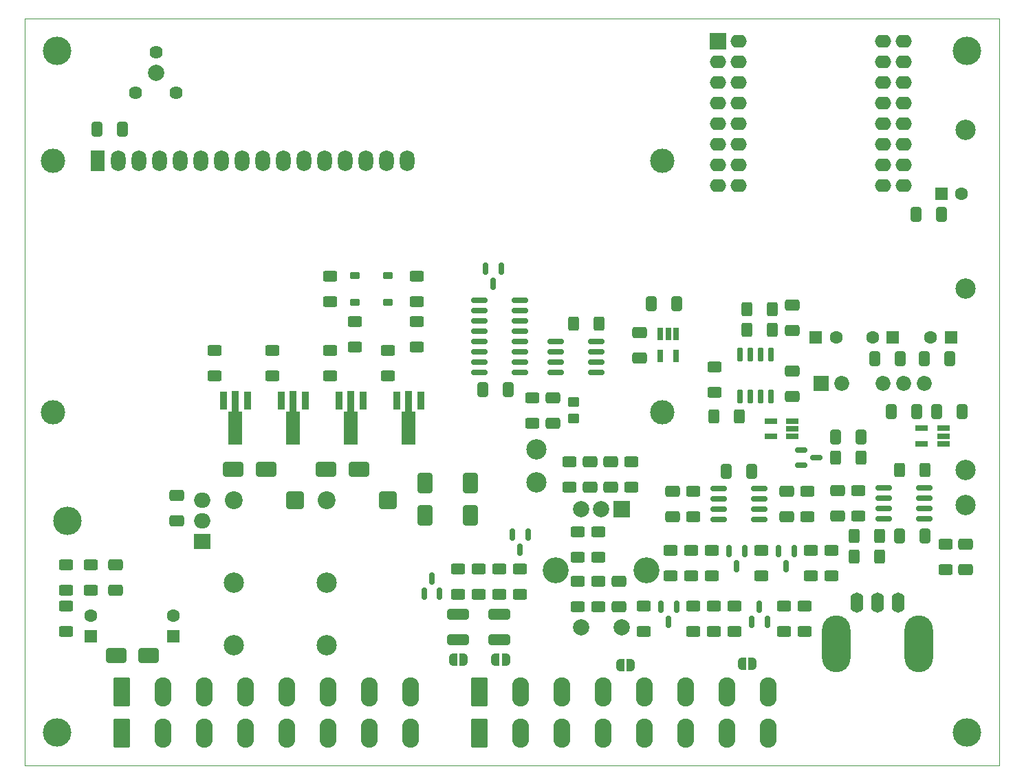
<source format=gbr>
%TF.GenerationSoftware,KiCad,Pcbnew,7.0.7*%
%TF.CreationDate,2024-02-20T18:04:51-10:00*%
%TF.ProjectId,Controller,436f6e74-726f-46c6-9c65-722e6b696361,New*%
%TF.SameCoordinates,Original*%
%TF.FileFunction,Soldermask,Bot*%
%TF.FilePolarity,Negative*%
%FSLAX46Y46*%
G04 Gerber Fmt 4.6, Leading zero omitted, Abs format (unit mm)*
G04 Created by KiCad (PCBNEW 7.0.7) date 2024-02-20 18:04:51*
%MOMM*%
%LPD*%
G01*
G04 APERTURE LIST*
G04 Aperture macros list*
%AMRoundRect*
0 Rectangle with rounded corners*
0 $1 Rounding radius*
0 $2 $3 $4 $5 $6 $7 $8 $9 X,Y pos of 4 corners*
0 Add a 4 corners polygon primitive as box body*
4,1,4,$2,$3,$4,$5,$6,$7,$8,$9,$2,$3,0*
0 Add four circle primitives for the rounded corners*
1,1,$1+$1,$2,$3*
1,1,$1+$1,$4,$5*
1,1,$1+$1,$6,$7*
1,1,$1+$1,$8,$9*
0 Add four rect primitives between the rounded corners*
20,1,$1+$1,$2,$3,$4,$5,0*
20,1,$1+$1,$4,$5,$6,$7,0*
20,1,$1+$1,$6,$7,$8,$9,0*
20,1,$1+$1,$8,$9,$2,$3,0*%
%AMFreePoly0*
4,1,19,0.500000,-0.750000,0.000000,-0.750000,0.000000,-0.744911,-0.071157,-0.744911,-0.207708,-0.704816,-0.327430,-0.627875,-0.420627,-0.520320,-0.479746,-0.390866,-0.500000,-0.250000,-0.500000,0.250000,-0.479746,0.390866,-0.420627,0.520320,-0.327430,0.627875,-0.207708,0.704816,-0.071157,0.744911,0.000000,0.744911,0.000000,0.750000,0.500000,0.750000,0.500000,-0.750000,0.500000,-0.750000,
$1*%
%AMFreePoly1*
4,1,19,0.000000,0.744911,0.071157,0.744911,0.207708,0.704816,0.327430,0.627875,0.420627,0.520320,0.479746,0.390866,0.500000,0.250000,0.500000,-0.250000,0.479746,-0.390866,0.420627,-0.520320,0.327430,-0.627875,0.207708,-0.704816,0.071157,-0.744911,0.000000,-0.744911,0.000000,-0.750000,-0.500000,-0.750000,-0.500000,0.750000,0.000000,0.750000,0.000000,0.744911,0.000000,0.744911,
$1*%
%AMFreePoly2*
4,1,9,5.362500,-0.866500,1.237500,-0.866500,1.237500,-0.450000,-1.237500,-0.450000,-1.237500,0.450000,1.237500,0.450000,1.237500,0.866500,5.362500,0.866500,5.362500,-0.866500,5.362500,-0.866500,$1*%
G04 Aperture macros list end*
%ADD10RoundRect,0.150000X-0.150000X0.587500X-0.150000X-0.587500X0.150000X-0.587500X0.150000X0.587500X0*%
%ADD11RoundRect,0.250000X0.625000X-0.400000X0.625000X0.400000X-0.625000X0.400000X-0.625000X-0.400000X0*%
%ADD12RoundRect,0.150000X-0.587500X-0.150000X0.587500X-0.150000X0.587500X0.150000X-0.587500X0.150000X0*%
%ADD13RoundRect,0.150000X0.150000X-0.587500X0.150000X0.587500X-0.150000X0.587500X-0.150000X-0.587500X0*%
%ADD14C,2.500000*%
%ADD15RoundRect,0.341000X-0.759000X0.759000X-0.759000X-0.759000X0.759000X-0.759000X0.759000X0.759000X0*%
%ADD16C,2.200000*%
%ADD17C,3.500000*%
%ADD18O,3.500000X3.500000*%
%ADD19R,2.000000X1.905000*%
%ADD20O,2.000000X1.905000*%
%ADD21O,1.600000X2.500000*%
%ADD22O,3.500000X7.000000*%
%ADD23RoundRect,0.249997X-0.790003X-1.550003X0.790003X-1.550003X0.790003X1.550003X-0.790003X1.550003X0*%
%ADD24O,2.080000X3.600000*%
%ADD25C,3.000000*%
%ADD26R,1.800000X2.600000*%
%ADD27O,1.800000X2.600000*%
%ADD28R,1.600000X1.600000*%
%ADD29C,1.600000*%
%ADD30R,1.850000X1.850000*%
%ADD31C,1.850000*%
%ADD32R,2.000000X2.000000*%
%ADD33O,2.000000X1.600000*%
%ADD34C,2.000000*%
%ADD35C,3.200000*%
%ADD36C,1.620000*%
%ADD37RoundRect,0.250000X-0.650000X0.412500X-0.650000X-0.412500X0.650000X-0.412500X0.650000X0.412500X0*%
%ADD38RoundRect,0.250000X-0.625000X0.400000X-0.625000X-0.400000X0.625000X-0.400000X0.625000X0.400000X0*%
%ADD39RoundRect,0.250000X0.412500X0.650000X-0.412500X0.650000X-0.412500X-0.650000X0.412500X-0.650000X0*%
%ADD40RoundRect,0.250000X1.000000X0.650000X-1.000000X0.650000X-1.000000X-0.650000X1.000000X-0.650000X0*%
%ADD41RoundRect,0.250000X-1.000000X-0.650000X1.000000X-0.650000X1.000000X0.650000X-1.000000X0.650000X0*%
%ADD42RoundRect,0.250000X0.650000X-1.000000X0.650000X1.000000X-0.650000X1.000000X-0.650000X-1.000000X0*%
%ADD43RoundRect,0.250000X-1.075000X0.400000X-1.075000X-0.400000X1.075000X-0.400000X1.075000X0.400000X0*%
%ADD44FreePoly0,180.000000*%
%ADD45FreePoly1,180.000000*%
%ADD46RoundRect,0.250000X0.650000X-0.412500X0.650000X0.412500X-0.650000X0.412500X-0.650000X-0.412500X0*%
%ADD47RoundRect,0.250000X-0.412500X-0.650000X0.412500X-0.650000X0.412500X0.650000X-0.412500X0.650000X0*%
%ADD48RoundRect,0.150000X0.825000X0.150000X-0.825000X0.150000X-0.825000X-0.150000X0.825000X-0.150000X0*%
%ADD49RoundRect,0.150000X-0.825000X-0.150000X0.825000X-0.150000X0.825000X0.150000X-0.825000X0.150000X0*%
%ADD50R,1.560000X0.650000*%
%ADD51RoundRect,0.250000X0.400000X0.625000X-0.400000X0.625000X-0.400000X-0.625000X0.400000X-0.625000X0*%
%ADD52RoundRect,0.250000X-0.400000X-0.625000X0.400000X-0.625000X0.400000X0.625000X-0.400000X0.625000X0*%
%ADD53RoundRect,0.225000X0.375000X-0.225000X0.375000X0.225000X-0.375000X0.225000X-0.375000X-0.225000X0*%
%ADD54RoundRect,0.150000X0.150000X-0.725000X0.150000X0.725000X-0.150000X0.725000X-0.150000X-0.725000X0*%
%ADD55R,0.650000X1.560000*%
%ADD56RoundRect,0.250000X0.450000X-0.350000X0.450000X0.350000X-0.450000X0.350000X-0.450000X-0.350000X0*%
%ADD57R,0.900000X2.300000*%
%ADD58FreePoly2,270.000000*%
%TA.AperFunction,Profile*%
%ADD59C,0.050000*%
%TD*%
G04 APERTURE END LIST*
D10*
%TO.C,D12*%
X134432000Y-121236500D03*
X136332000Y-121236500D03*
X135382000Y-123111500D03*
%TD*%
D11*
%TO.C,R28*%
X135128000Y-131090000D03*
X135128000Y-127990000D03*
%TD*%
%TO.C,R27*%
X117856000Y-131090000D03*
X117856000Y-127990000D03*
%TD*%
D12*
%TO.C,D7*%
X137238500Y-110678000D03*
X137238500Y-108778000D03*
X139113500Y-109728000D03*
%TD*%
D13*
%TO.C,D13*%
X133030000Y-129969500D03*
X131130000Y-129969500D03*
X132080000Y-128094500D03*
%TD*%
D10*
%TO.C,D11*%
X120904000Y-129969500D03*
X121854000Y-128094500D03*
X119954000Y-128094500D03*
%TD*%
%TO.C,D10*%
X128336000Y-121236500D03*
X130236000Y-121236500D03*
X129286000Y-123111500D03*
%TD*%
%TO.C,D6*%
X98364000Y-86438500D03*
X100264000Y-86438500D03*
X99314000Y-88313500D03*
%TD*%
%TO.C,D9*%
X101666000Y-119204500D03*
X103566000Y-119204500D03*
X102616000Y-121079500D03*
%TD*%
D13*
%TO.C,D8*%
X92710000Y-126492000D03*
X90810000Y-126492000D03*
X91760000Y-124617000D03*
%TD*%
D14*
%TO.C,TP4*%
X104648000Y-108712000D03*
%TD*%
%TO.C,TP1*%
X157480000Y-88900000D03*
%TD*%
%TO.C,TP3*%
X157480000Y-111252000D03*
%TD*%
%TO.C,TP5*%
X104648000Y-112776000D03*
%TD*%
%TO.C,TP0*%
X157480000Y-69342000D03*
%TD*%
D15*
%TO.C,K1*%
X74930000Y-114935000D03*
D14*
X67330000Y-125135000D03*
X67330000Y-132835000D03*
D16*
X67330000Y-114935000D03*
%TD*%
D15*
%TO.C,K2*%
X86360000Y-114935000D03*
D14*
X78760000Y-125135000D03*
X78760000Y-132835000D03*
D16*
X78760000Y-114935000D03*
%TD*%
D17*
%TO.C,H4*%
X45600000Y-143600000D03*
%TD*%
%TO.C,H3*%
X157600000Y-143600000D03*
%TD*%
%TO.C,H1*%
X45600000Y-59600000D03*
%TD*%
%TO.C,H2*%
X157600000Y-59600000D03*
%TD*%
D18*
%TO.C,U2*%
X46840000Y-117475000D03*
D19*
X63500000Y-120015000D03*
D20*
X63500000Y-117475000D03*
X63500000Y-114935000D03*
%TD*%
D21*
%TO.C,J3*%
X146600000Y-127600000D03*
D22*
X151680000Y-132680000D03*
D21*
X149140000Y-127600000D03*
X144060000Y-127600000D03*
D22*
X141520000Y-132680000D03*
%TD*%
D23*
%TO.C,J1*%
X53600000Y-138600000D03*
X53600000Y-143680000D03*
D24*
X58680000Y-138600000D03*
X58680000Y-143680000D03*
X63760000Y-138600000D03*
X63760000Y-143680000D03*
X68840000Y-138600000D03*
X68840000Y-143680000D03*
X73920000Y-138600000D03*
X73920000Y-143680000D03*
X79000000Y-138600000D03*
X79000000Y-143680000D03*
X84080000Y-138600000D03*
X84080000Y-143680000D03*
X89160000Y-138600000D03*
X89160000Y-143680000D03*
%TD*%
D23*
%TO.C,J2*%
X97600000Y-138600000D03*
X97600000Y-143680000D03*
D24*
X102680000Y-138600000D03*
X102680000Y-143680000D03*
X107760000Y-138600000D03*
X107760000Y-143680000D03*
X112840000Y-138600000D03*
X112840000Y-143680000D03*
X117920000Y-138600000D03*
X117920000Y-143680000D03*
X123000000Y-138600000D03*
X123000000Y-143680000D03*
X128080000Y-138600000D03*
X128080000Y-143680000D03*
X133160000Y-138600000D03*
X133160000Y-143680000D03*
%TD*%
D25*
%TO.C,DS1*%
X45100900Y-73100000D03*
X45100900Y-104100700D03*
X120099480Y-104100700D03*
X120100000Y-73100000D03*
D26*
X50600000Y-73100000D03*
D27*
X53140000Y-73100000D03*
X55680000Y-73100000D03*
X58220000Y-73100000D03*
X60760000Y-73100000D03*
X63300000Y-73100000D03*
X65840000Y-73100000D03*
X68380000Y-73100000D03*
X70920000Y-73100000D03*
X73460000Y-73100000D03*
X76000000Y-73100000D03*
X78540000Y-73100000D03*
X81080000Y-73100000D03*
X83620000Y-73100000D03*
X86160000Y-73100000D03*
X88700000Y-73100000D03*
%TD*%
D28*
%TO.C,C8*%
X155637113Y-94867000D03*
D29*
X153137113Y-94867000D03*
%TD*%
D28*
%TO.C,C2*%
X49784000Y-131708651D03*
D29*
X49784000Y-129208651D03*
%TD*%
D28*
%TO.C,C3*%
X154472000Y-77216000D03*
D29*
X156972000Y-77216000D03*
%TD*%
D30*
%TO.C,PS1*%
X139700000Y-100584000D03*
D31*
X142240000Y-100584000D03*
X147320000Y-100584000D03*
X149860000Y-100584000D03*
X152400000Y-100584000D03*
%TD*%
D28*
%TO.C,C7*%
X139025621Y-94867000D03*
D29*
X141525621Y-94867000D03*
%TD*%
D28*
%TO.C,C9*%
X148502380Y-94867000D03*
D29*
X146002380Y-94867000D03*
%TD*%
D28*
%TO.C,C1*%
X59944000Y-131708651D03*
D29*
X59944000Y-129208651D03*
%TD*%
D14*
%TO.C,TP2*%
X157480000Y-115570000D03*
%TD*%
D32*
%TO.C,U1*%
X127000000Y-58420000D03*
D33*
X127000000Y-60960000D03*
X127000000Y-63500000D03*
X127000000Y-66040000D03*
X127000000Y-68580000D03*
X127000000Y-71120000D03*
X127000000Y-73660000D03*
X127000000Y-76200000D03*
X149860000Y-76200000D03*
X149860000Y-73660000D03*
X149860000Y-71120000D03*
X149860000Y-68580000D03*
X149860000Y-66040000D03*
X149860000Y-63500000D03*
X149860000Y-60960000D03*
X149860000Y-58420000D03*
X129540000Y-58420000D03*
X129540000Y-60960000D03*
X129540000Y-63500000D03*
X129540000Y-66040000D03*
X129540000Y-68580000D03*
X129540000Y-71120000D03*
X129540000Y-73660000D03*
X129540000Y-76200000D03*
X147320000Y-76200000D03*
X147320000Y-73660000D03*
X147320000Y-71120000D03*
X147320000Y-68580000D03*
X147320000Y-66040000D03*
X147320000Y-63500000D03*
X147320000Y-60960000D03*
X147320000Y-58420000D03*
%TD*%
D34*
%TO.C,S1*%
X115100000Y-130600000D03*
X110100000Y-130600000D03*
D35*
X107000000Y-123600000D03*
X118200000Y-123600000D03*
D34*
X112600000Y-116100000D03*
X110100000Y-116100000D03*
D32*
X115100000Y-116100000D03*
%TD*%
D34*
%TO.C,R51*%
X57785000Y-62270000D03*
D36*
X60285000Y-64770000D03*
X57785000Y-59770000D03*
X55285000Y-64770000D03*
%TD*%
D11*
%TO.C,R47*%
X109728000Y-128042000D03*
X109728000Y-124942000D03*
%TD*%
D37*
%TO.C,C29*%
X111252000Y-110197500D03*
X111252000Y-113322500D03*
%TD*%
%TO.C,C30*%
X113792000Y-110197500D03*
X113792000Y-113322500D03*
%TD*%
%TO.C,C31*%
X114808000Y-124929500D03*
X114808000Y-128054500D03*
%TD*%
D38*
%TO.C,R48*%
X116332000Y-110210000D03*
X116332000Y-113310000D03*
%TD*%
%TO.C,R49*%
X108712000Y-110210000D03*
X108712000Y-113310000D03*
%TD*%
D11*
%TO.C,R50*%
X112268000Y-128042000D03*
X112268000Y-124942000D03*
%TD*%
D39*
%TO.C,C5*%
X53632500Y-69215000D03*
X50507500Y-69215000D03*
%TD*%
D40*
%TO.C,D1*%
X56864000Y-134112000D03*
X52864000Y-134112000D03*
%TD*%
D37*
%TO.C,C4*%
X60325000Y-114350000D03*
X60325000Y-117475000D03*
%TD*%
D41*
%TO.C,D2*%
X67310000Y-111125000D03*
X71310000Y-111125000D03*
%TD*%
D42*
%TO.C,D4*%
X90932000Y-116808000D03*
X90932000Y-112808000D03*
%TD*%
D11*
%TO.C,R12*%
X123698000Y-124232000D03*
X123698000Y-121132000D03*
%TD*%
%TO.C,R18*%
X126238000Y-124232000D03*
X126238000Y-121132000D03*
%TD*%
%TO.C,R17*%
X121158000Y-121132000D03*
X121158000Y-124232000D03*
%TD*%
%TO.C,R22*%
X138010500Y-116993000D03*
X138010500Y-113893000D03*
%TD*%
D38*
%TO.C,R33*%
X72136000Y-96494000D03*
X72136000Y-99594000D03*
%TD*%
D37*
%TO.C,C28*%
X135470500Y-113880500D03*
X135470500Y-117005500D03*
%TD*%
D38*
%TO.C,R34*%
X65024000Y-96494000D03*
X65024000Y-99594000D03*
%TD*%
%TO.C,R11*%
X123952000Y-127990000D03*
X123952000Y-131090000D03*
%TD*%
%TO.C,R45*%
X109728000Y-118846000D03*
X109728000Y-121946000D03*
%TD*%
%TO.C,R46*%
X112268000Y-118846000D03*
X112268000Y-121946000D03*
%TD*%
D11*
%TO.C,R39*%
X94996000Y-123418000D03*
X94996000Y-126518000D03*
%TD*%
D38*
%TO.C,R35*%
X97536000Y-123444000D03*
X97536000Y-126544000D03*
%TD*%
D43*
%TO.C,R43*%
X94996000Y-129006000D03*
X94996000Y-132106000D03*
%TD*%
D11*
%TO.C,R15*%
X126492000Y-131090000D03*
X126492000Y-127990000D03*
%TD*%
D42*
%TO.C,D5*%
X96520000Y-116808000D03*
X96520000Y-112808000D03*
%TD*%
D37*
%TO.C,C10*%
X52832000Y-122897500D03*
X52832000Y-126022500D03*
%TD*%
D44*
%TO.C,JP3*%
X116220000Y-135255000D03*
D45*
X114920000Y-135255000D03*
%TD*%
D38*
%TO.C,R36*%
X102616000Y-123418000D03*
X102616000Y-126518000D03*
%TD*%
D44*
%TO.C,JP1*%
X95646000Y-134620000D03*
D45*
X94346000Y-134620000D03*
%TD*%
D44*
%TO.C,JP2*%
X100868000Y-134620000D03*
D45*
X99568000Y-134620000D03*
%TD*%
D11*
%TO.C,R25*%
X49784000Y-126010000D03*
X49784000Y-122910000D03*
%TD*%
D38*
%TO.C,R23*%
X46736000Y-127990000D03*
X46736000Y-131090000D03*
%TD*%
%TO.C,R24*%
X46736000Y-122910000D03*
X46736000Y-126010000D03*
%TD*%
D43*
%TO.C,R44*%
X100076000Y-129006000D03*
X100076000Y-132106000D03*
%TD*%
D41*
%TO.C,D3*%
X78740000Y-111125000D03*
X82740000Y-111125000D03*
%TD*%
D11*
%TO.C,R40*%
X100076000Y-126518000D03*
X100076000Y-123418000D03*
%TD*%
D46*
%TO.C,C12*%
X117282000Y-97400500D03*
X117282000Y-94275500D03*
%TD*%
D37*
%TO.C,C27*%
X121412000Y-113880500D03*
X121412000Y-117005500D03*
%TD*%
D47*
%TO.C,C6*%
X151345500Y-79756000D03*
X154470500Y-79756000D03*
%TD*%
D48*
%TO.C,U5*%
X152335000Y-113411000D03*
X152335000Y-114681000D03*
X152335000Y-115951000D03*
X152335000Y-117221000D03*
X147385000Y-117221000D03*
X147385000Y-115951000D03*
X147385000Y-114681000D03*
X147385000Y-113411000D03*
%TD*%
D11*
%TO.C,R19*%
X132334000Y-124232000D03*
X132334000Y-121132000D03*
%TD*%
D39*
%TO.C,C14*%
X149390500Y-97536000D03*
X146265500Y-97536000D03*
%TD*%
D38*
%TO.C,R38*%
X89916000Y-92938000D03*
X89916000Y-96038000D03*
%TD*%
D11*
%TO.C,R5*%
X144272000Y-116866000D03*
X144272000Y-113766000D03*
%TD*%
D39*
%TO.C,C16*%
X151461000Y-104011000D03*
X148336000Y-104011000D03*
%TD*%
D11*
%TO.C,R16*%
X137668000Y-131090000D03*
X137668000Y-127990000D03*
%TD*%
D49*
%TO.C,U9*%
X106999000Y-99187000D03*
X106999000Y-97917000D03*
X106999000Y-96647000D03*
X106999000Y-95377000D03*
X111949000Y-95377000D03*
X111949000Y-96647000D03*
X111949000Y-97917000D03*
X111949000Y-99187000D03*
%TD*%
D37*
%TO.C,C19*%
X157480000Y-120357500D03*
X157480000Y-123482500D03*
%TD*%
D11*
%TO.C,R21*%
X123952000Y-116993000D03*
X123952000Y-113893000D03*
%TD*%
D38*
%TO.C,R42*%
X89916000Y-87350000D03*
X89916000Y-90450000D03*
%TD*%
D50*
%TO.C,U4*%
X154766000Y-106109000D03*
X154766000Y-107059000D03*
X154766000Y-108009000D03*
X152066000Y-108009000D03*
X152066000Y-106109000D03*
%TD*%
D44*
%TO.C,JP4*%
X131206000Y-135128000D03*
D45*
X129906000Y-135128000D03*
%TD*%
D11*
%TO.C,R29*%
X104140000Y-105436000D03*
X104140000Y-102336000D03*
%TD*%
D38*
%TO.C,R31*%
X79248000Y-96494000D03*
X79248000Y-99594000D03*
%TD*%
D39*
%TO.C,C25*%
X101130500Y-101346000D03*
X98005500Y-101346000D03*
%TD*%
D51*
%TO.C,R26*%
X109194000Y-93218000D03*
X112294000Y-93218000D03*
%TD*%
%TO.C,R10*%
X133630000Y-93980000D03*
X130530000Y-93980000D03*
%TD*%
D48*
%TO.C,U8*%
X132015000Y-113538000D03*
X132015000Y-114808000D03*
X132015000Y-116078000D03*
X132015000Y-117348000D03*
X127065000Y-117348000D03*
X127065000Y-116078000D03*
X127065000Y-114808000D03*
X127065000Y-113538000D03*
%TD*%
D52*
%TO.C,R2*%
X149326000Y-111252000D03*
X152426000Y-111252000D03*
%TD*%
%TO.C,R3*%
X143738000Y-119380000D03*
X146838000Y-119380000D03*
%TD*%
D53*
%TO.C,D7*%
X86360000Y-90550000D03*
X86360000Y-87250000D03*
%TD*%
%TO.C,D6*%
X82296000Y-90550000D03*
X82296000Y-87250000D03*
%TD*%
D39*
%TO.C,C13*%
X155486500Y-97536000D03*
X152361500Y-97536000D03*
%TD*%
D38*
%TO.C,R37*%
X82296000Y-92938000D03*
X82296000Y-96038000D03*
%TD*%
%TO.C,R1*%
X155000000Y-120370000D03*
X155000000Y-123470000D03*
%TD*%
D11*
%TO.C,R20*%
X140970000Y-124232000D03*
X140970000Y-121132000D03*
%TD*%
D51*
%TO.C,R9*%
X133630000Y-91440000D03*
X130530000Y-91440000D03*
%TD*%
D38*
%TO.C,R41*%
X79248000Y-87350000D03*
X79248000Y-90450000D03*
%TD*%
D54*
%TO.C,U7*%
X133477000Y-102143000D03*
X132207000Y-102143000D03*
X130937000Y-102143000D03*
X129667000Y-102143000D03*
X129667000Y-96993000D03*
X130937000Y-96993000D03*
X132207000Y-96993000D03*
X133477000Y-96993000D03*
%TD*%
D55*
%TO.C,U3*%
X119888000Y-94488000D03*
X120838000Y-94488000D03*
X121788000Y-94488000D03*
X121788000Y-97188000D03*
X119888000Y-97188000D03*
%TD*%
D47*
%TO.C,C21*%
X141439500Y-107188000D03*
X144564500Y-107188000D03*
%TD*%
%TO.C,C18*%
X149313500Y-119380000D03*
X152438500Y-119380000D03*
%TD*%
D46*
%TO.C,C17*%
X136144000Y-102146500D03*
X136144000Y-99021500D03*
%TD*%
D49*
%TO.C,U10*%
X97601000Y-99187000D03*
X97601000Y-97917000D03*
X97601000Y-96647000D03*
X97601000Y-95377000D03*
X97601000Y-94107000D03*
X97601000Y-92837000D03*
X97601000Y-91567000D03*
X97601000Y-90297000D03*
X102551000Y-90297000D03*
X102551000Y-91567000D03*
X102551000Y-92837000D03*
X102551000Y-94107000D03*
X102551000Y-95377000D03*
X102551000Y-96647000D03*
X102551000Y-97917000D03*
X102551000Y-99187000D03*
%TD*%
D11*
%TO.C,R7*%
X126544000Y-101626000D03*
X126544000Y-98526000D03*
%TD*%
D46*
%TO.C,C22*%
X136144000Y-94018500D03*
X136144000Y-90893500D03*
%TD*%
D47*
%TO.C,C11*%
X118767500Y-90758000D03*
X121892500Y-90758000D03*
%TD*%
D56*
%TO.C,R30*%
X109220000Y-104886000D03*
X109220000Y-102886000D03*
%TD*%
D52*
%TO.C,R6*%
X141452000Y-109728000D03*
X144552000Y-109728000D03*
%TD*%
D46*
%TO.C,C24*%
X106680000Y-105448500D03*
X106680000Y-102323500D03*
%TD*%
D38*
%TO.C,R14*%
X138430000Y-121132000D03*
X138430000Y-124232000D03*
%TD*%
D52*
%TO.C,R8*%
X126492000Y-104648000D03*
X129592000Y-104648000D03*
%TD*%
D50*
%TO.C,U6*%
X136144000Y-105222000D03*
X136144000Y-106172000D03*
X136144000Y-107122000D03*
X133444000Y-107122000D03*
X133444000Y-105222000D03*
%TD*%
D47*
%TO.C,C26*%
X127977500Y-111379000D03*
X131102500Y-111379000D03*
%TD*%
D38*
%TO.C,R32*%
X86360000Y-96494000D03*
X86360000Y-99594000D03*
%TD*%
D57*
%TO.C,Q2*%
X73176000Y-102706000D03*
D58*
X74676000Y-102793500D03*
D57*
X76176000Y-102706000D03*
%TD*%
D38*
%TO.C,R13*%
X129032000Y-127990000D03*
X129032000Y-131090000D03*
%TD*%
D57*
%TO.C,Q4*%
X87400000Y-102706000D03*
D58*
X88900000Y-102793500D03*
D57*
X90400000Y-102706000D03*
%TD*%
D51*
%TO.C,R4*%
X146838000Y-121920000D03*
X143738000Y-121920000D03*
%TD*%
D57*
%TO.C,Q3*%
X80288000Y-102706000D03*
D58*
X81788000Y-102793500D03*
D57*
X83288000Y-102706000D03*
%TD*%
D37*
%TO.C,C20*%
X141732000Y-113753500D03*
X141732000Y-116878500D03*
%TD*%
D57*
%TO.C,Q1*%
X66064000Y-102706000D03*
D58*
X67564000Y-102793500D03*
D57*
X69064000Y-102706000D03*
%TD*%
D47*
%TO.C,C15*%
X153924000Y-104011000D03*
X157049000Y-104011000D03*
%TD*%
D59*
X161600000Y-147600000D02*
X41600000Y-147600000D01*
X41600000Y-147600000D02*
X41600000Y-55600000D01*
X41600000Y-55600000D02*
X161600000Y-55600000D01*
X161600000Y-55600000D02*
X161600000Y-147600000D01*
M02*

</source>
